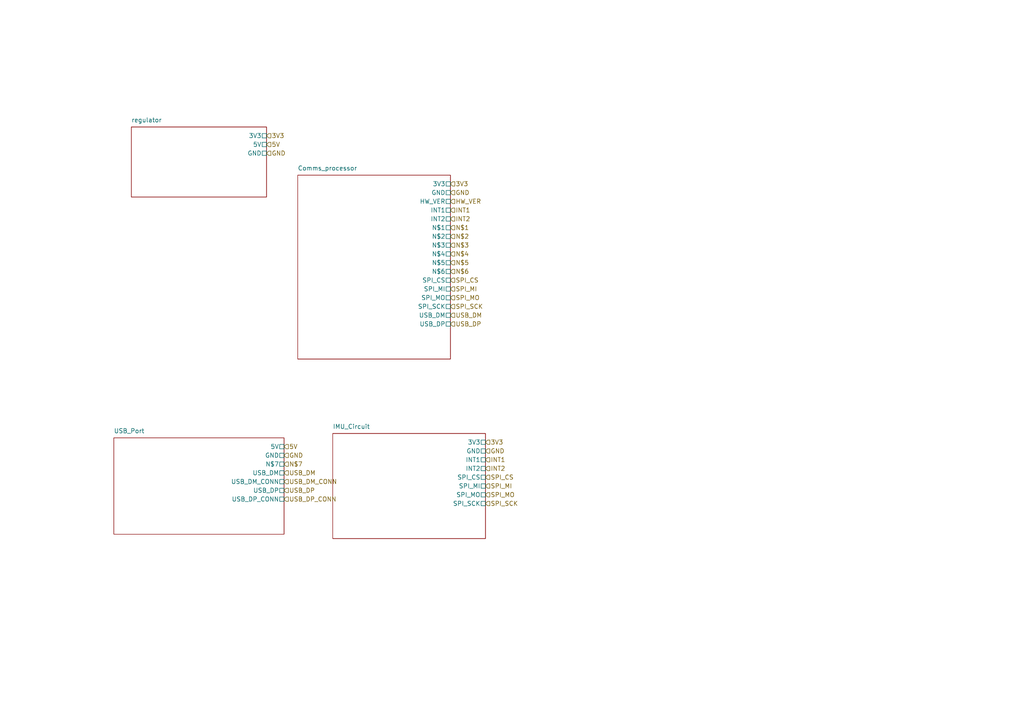
<source format=kicad_sch>
(kicad_sch
	(version 20250114)
	(generator "kicad_api")
	(generator_version 9.0)
	(uuid ab2bcd4d-277b-4d2c-8c18-0a68d102cc4a)
	(paper A4)
	(lib_symbols)
	(paper A4)
	(title_block
		(title root)
		(date 2025-07-25)
		(company Circuit-Synth)
	)
	(hierarchical_label
		3V3
		(shape input)
		(at 77.31 39.37 0)
		(effects
			(font
				(size 1.27 1.27)
			)
			(justify left)
		)
		(uuid 236756cb-407d-4a0a-b164-6ce34131d68d)
	)
	(hierarchical_label
		5V
		(shape input)
		(at 77.31 41.910000000000004 0)
		(effects
			(font
				(size 1.27 1.27)
			)
			(justify left)
		)
		(uuid 34f18e13-1399-40bc-ad0f-169533bbe70a)
	)
	(hierarchical_label
		GND
		(shape input)
		(at 77.31 44.45 0)
		(effects
			(font
				(size 1.27 1.27)
			)
			(justify left)
		)
		(uuid 6228ba85-a740-424f-a4ac-ba5899dc8975)
	)
	(hierarchical_label
		3V3
		(shape input)
		(at 130.65 53.34 0)
		(effects
			(font
				(size 1.27 1.27)
			)
			(justify left)
		)
		(uuid 78c4ddcb-3955-4d64-88b9-f35de82d90f7)
	)
	(hierarchical_label
		GND
		(shape input)
		(at 130.65 55.88 0)
		(effects
			(font
				(size 1.27 1.27)
			)
			(justify left)
		)
		(uuid 15cf13b2-811f-42bd-913e-818a557af2e7)
	)
	(hierarchical_label
		HW_VER
		(shape input)
		(at 130.65 58.42 0)
		(effects
			(font
				(size 1.27 1.27)
			)
			(justify left)
		)
		(uuid 8142c6d8-5f82-470b-aacf-0186b38bfff3)
	)
	(hierarchical_label
		INT1
		(shape input)
		(at 130.65 60.96 0)
		(effects
			(font
				(size 1.27 1.27)
			)
			(justify left)
		)
		(uuid 5f650cc9-ef89-474f-9b94-4c4ff8bad354)
	)
	(hierarchical_label
		INT2
		(shape input)
		(at 130.65 63.5 0)
		(effects
			(font
				(size 1.27 1.27)
			)
			(justify left)
		)
		(uuid b3e966c3-40c5-409e-8671-b97053dcb73e)
	)
	(hierarchical_label
		N$1
		(shape input)
		(at 130.65 66.04 0)
		(effects
			(font
				(size 1.27 1.27)
			)
			(justify left)
		)
		(uuid 0f3a3c38-ada8-4b39-9cd5-cfe40a9e8874)
	)
	(hierarchical_label
		N$2
		(shape input)
		(at 130.65 68.58 0)
		(effects
			(font
				(size 1.27 1.27)
			)
			(justify left)
		)
		(uuid bb88ecf6-8b44-4db3-99d9-fd5467b01ed9)
	)
	(hierarchical_label
		N$3
		(shape input)
		(at 130.65 71.12 0)
		(effects
			(font
				(size 1.27 1.27)
			)
			(justify left)
		)
		(uuid c670f420-1573-462e-8ef4-1b5e0c69e59b)
	)
	(hierarchical_label
		N$4
		(shape input)
		(at 130.65 73.66 0)
		(effects
			(font
				(size 1.27 1.27)
			)
			(justify left)
		)
		(uuid 872b7c8e-6b2b-4f72-aea4-964b9b03d585)
	)
	(hierarchical_label
		N$5
		(shape input)
		(at 130.65 76.2 0)
		(effects
			(font
				(size 1.27 1.27)
			)
			(justify left)
		)
		(uuid 9f75aac8-86df-42c7-9f19-0757ad2c8647)
	)
	(hierarchical_label
		N$6
		(shape input)
		(at 130.65 78.74 0)
		(effects
			(font
				(size 1.27 1.27)
			)
			(justify left)
		)
		(uuid d8a0f9f6-6991-42ed-ac5c-33cba02ed126)
	)
	(hierarchical_label
		SPI_CS
		(shape input)
		(at 130.65 81.28 0)
		(effects
			(font
				(size 1.27 1.27)
			)
			(justify left)
		)
		(uuid 753d0ca0-dc20-46c6-816c-15a6bc4549a1)
	)
	(hierarchical_label
		SPI_MI
		(shape input)
		(at 130.65 83.82000000000001 0)
		(effects
			(font
				(size 1.27 1.27)
			)
			(justify left)
		)
		(uuid a62f7763-12ad-4335-8f5a-ecc17af48018)
	)
	(hierarchical_label
		SPI_MO
		(shape input)
		(at 130.65 86.36 0)
		(effects
			(font
				(size 1.27 1.27)
			)
			(justify left)
		)
		(uuid 298be58f-11d2-418b-aa5f-7bdbe38079fe)
	)
	(hierarchical_label
		SPI_SCK
		(shape input)
		(at 130.65 88.9 0)
		(effects
			(font
				(size 1.27 1.27)
			)
			(justify left)
		)
		(uuid 5795b77c-9bd2-4912-bb85-a3e1a7df5794)
	)
	(hierarchical_label
		USB_DM
		(shape input)
		(at 130.65 91.44 0)
		(effects
			(font
				(size 1.27 1.27)
			)
			(justify left)
		)
		(uuid e8eb5e62-aee6-47bb-89af-08da16e74055)
	)
	(hierarchical_label
		USB_DP
		(shape input)
		(at 130.65 93.98 0)
		(effects
			(font
				(size 1.27 1.27)
			)
			(justify left)
		)
		(uuid efdd83dc-42ba-48b9-aaf3-eaab08b2d5b0)
	)
	(hierarchical_label
		5V
		(shape input)
		(at 82.39 129.54 0)
		(effects
			(font
				(size 1.27 1.27)
			)
			(justify left)
		)
		(uuid 3ac9eadf-b4bf-47ab-8b93-07be85fd271f)
	)
	(hierarchical_label
		GND
		(shape input)
		(at 82.39 132.08 0)
		(effects
			(font
				(size 1.27 1.27)
			)
			(justify left)
		)
		(uuid bad0aa25-763a-45f4-bc3f-84ef88cd1527)
	)
	(hierarchical_label
		N$7
		(shape input)
		(at 82.39 134.62 0)
		(effects
			(font
				(size 1.27 1.27)
			)
			(justify left)
		)
		(uuid 3cee5196-fc3e-41e5-a993-760c2f30fc23)
	)
	(hierarchical_label
		USB_DM
		(shape input)
		(at 82.39 137.16 0)
		(effects
			(font
				(size 1.27 1.27)
			)
			(justify left)
		)
		(uuid 172efeff-45f8-4e89-aebd-4faab4546ab4)
	)
	(hierarchical_label
		USB_DM_CONN
		(shape input)
		(at 82.39 139.7 0)
		(effects
			(font
				(size 1.27 1.27)
			)
			(justify left)
		)
		(uuid 7fabc5ee-f87c-451e-b68c-913c76706ab9)
	)
	(hierarchical_label
		USB_DP
		(shape input)
		(at 82.39 142.24 0)
		(effects
			(font
				(size 1.27 1.27)
			)
			(justify left)
		)
		(uuid cd4db675-7324-4a4a-8f23-11bb6cd20a2c)
	)
	(hierarchical_label
		USB_DP_CONN
		(shape input)
		(at 82.39 144.78 0)
		(effects
			(font
				(size 1.27 1.27)
			)
			(justify left)
		)
		(uuid b1e432da-0db9-43e3-85be-bfd855b51ac5)
	)
	(hierarchical_label
		3V3
		(shape input)
		(at 140.81 128.27 0)
		(effects
			(font
				(size 1.27 1.27)
			)
			(justify left)
		)
		(uuid e4981673-c83a-42a5-aab1-b362b0336d6d)
	)
	(hierarchical_label
		GND
		(shape input)
		(at 140.81 130.81 0)
		(effects
			(font
				(size 1.27 1.27)
			)
			(justify left)
		)
		(uuid 826d98ee-fa33-4e22-9754-46a160b06ef6)
	)
	(hierarchical_label
		INT1
		(shape input)
		(at 140.81 133.35 0)
		(effects
			(font
				(size 1.27 1.27)
			)
			(justify left)
		)
		(uuid 4f4aada5-f485-41c0-9ae0-2ac515709ce5)
	)
	(hierarchical_label
		INT2
		(shape input)
		(at 140.81 135.89000000000001 0)
		(effects
			(font
				(size 1.27 1.27)
			)
			(justify left)
		)
		(uuid 170bd01d-332f-4620-97c0-73615f34fa12)
	)
	(hierarchical_label
		SPI_CS
		(shape input)
		(at 140.81 138.43 0)
		(effects
			(font
				(size 1.27 1.27)
			)
			(justify left)
		)
		(uuid ec860d8a-845d-4ac8-9f1a-f6e0cb5cb010)
	)
	(hierarchical_label
		SPI_MI
		(shape input)
		(at 140.81 140.97 0)
		(effects
			(font
				(size 1.27 1.27)
			)
			(justify left)
		)
		(uuid db913f66-89b4-4c1b-a2d7-cf3bcdacec0c)
	)
	(hierarchical_label
		SPI_MO
		(shape input)
		(at 140.81 143.51 0)
		(effects
			(font
				(size 1.27 1.27)
			)
			(justify left)
		)
		(uuid 98ba135d-b6a4-40d1-abae-705cb3d93f3d)
	)
	(hierarchical_label
		SPI_SCK
		(shape input)
		(at 140.81 146.05 0)
		(effects
			(font
				(size 1.27 1.27)
			)
			(justify left)
		)
		(uuid d4c2081b-a8df-4abf-85a5-fa398995320f)
	)
	(sheet
		(at 38.1 36.83)
		(size 39.21 20.32)
		(stroke
			(width 0.12)
			(type solid)
		)
		(fill
			(color
				0
				0
				0
				0.0
			)
		)
		(uuid efde5ec6-4837-419d-ad3c-da5ef5d3bc04)
		(property
			"Sheetname"
			"regulator"
			(at 38.1 35.559999999999995 0)
			(effects
				(font
					(size 1.27 1.27)
				)
				(justify left bottom)
			)
		)
		(property
			"Sheetfile"
			"regulator.kicad_sch"
			(at 38.1 58.42 0)
			(effects
				(font
					(size 1.27 1.27)
				)
				(justify left top)
				(hide yes)
			)
		)
		(pin
			3V3
			passive
			(at 76.04 39.37 0)
			(effects
				(font
					(size 1.27 1.27)
				)
				(justify right)
			)
			(uuid bf26a3d4-3aed-4220-9746-13a3a748346a)
		)
		(pin
			5V
			passive
			(at 76.04 41.910000000000004 0)
			(effects
				(font
					(size 1.27 1.27)
				)
				(justify right)
			)
			(uuid 86398ff4-de86-40ca-9660-2d56e27c2e41)
		)
		(pin
			GND
			passive
			(at 76.04 44.45 0)
			(effects
				(font
					(size 1.27 1.27)
				)
				(justify right)
			)
			(uuid bb5bd8fc-6a9f-4180-9e41-6654916a0a11)
		)
		(instances
			(project
				"circuit_synth"
				(path
					"/"
					(page "1")
				)
			)
		)
	)
	(sheet
		(at 86.36 50.8)
		(size 44.29 53.34)
		(stroke
			(width 0.12)
			(type solid)
		)
		(fill
			(color
				0
				0
				0
				0.0
			)
		)
		(uuid ac67e813-745a-40b2-9f70-bdbc75a00e2d)
		(property
			"Sheetname"
			"Comms_processor"
			(at 86.36 49.529999999999994 0)
			(effects
				(font
					(size 1.27 1.27)
				)
				(justify left bottom)
			)
		)
		(property
			"Sheetfile"
			"Comms_processor.kicad_sch"
			(at 86.36 105.41 0)
			(effects
				(font
					(size 1.27 1.27)
				)
				(justify left top)
				(hide yes)
			)
		)
		(pin
			3V3
			passive
			(at 129.38 53.34 0)
			(effects
				(font
					(size 1.27 1.27)
				)
				(justify right)
			)
			(uuid e742ab32-7525-4f2b-8f56-7fc91b421e26)
		)
		(pin
			GND
			passive
			(at 129.38 55.88 0)
			(effects
				(font
					(size 1.27 1.27)
				)
				(justify right)
			)
			(uuid 3d58c872-c064-4ac7-ace9-680aab86d328)
		)
		(pin
			HW_VER
			passive
			(at 129.38 58.42 0)
			(effects
				(font
					(size 1.27 1.27)
				)
				(justify right)
			)
			(uuid 9a848744-74f4-4d93-b1fa-d1469d3e6f5a)
		)
		(pin
			INT1
			passive
			(at 129.38 60.96 0)
			(effects
				(font
					(size 1.27 1.27)
				)
				(justify right)
			)
			(uuid cac62324-8843-4762-9721-5e4b01c59b2a)
		)
		(pin
			INT2
			passive
			(at 129.38 63.5 0)
			(effects
				(font
					(size 1.27 1.27)
				)
				(justify right)
			)
			(uuid b7c14288-0438-4bbc-95e9-9bc41bf26115)
		)
		(pin
			N$1
			passive
			(at 129.38 66.04 0)
			(effects
				(font
					(size 1.27 1.27)
				)
				(justify right)
			)
			(uuid 6f3c3ce9-f103-4b85-b586-9f7794cd1a1f)
		)
		(pin
			N$2
			passive
			(at 129.38 68.58 0)
			(effects
				(font
					(size 1.27 1.27)
				)
				(justify right)
			)
			(uuid 75fc8c74-cfb1-4586-9b9a-70d8681d1742)
		)
		(pin
			N$3
			passive
			(at 129.38 71.12 0)
			(effects
				(font
					(size 1.27 1.27)
				)
				(justify right)
			)
			(uuid ffabf3b7-771f-422b-9ffc-039a0f636dff)
		)
		(pin
			N$4
			passive
			(at 129.38 73.66 0)
			(effects
				(font
					(size 1.27 1.27)
				)
				(justify right)
			)
			(uuid 7efdd5b6-9ec0-4cb0-b117-3c45d813474c)
		)
		(pin
			N$5
			passive
			(at 129.38 76.2 0)
			(effects
				(font
					(size 1.27 1.27)
				)
				(justify right)
			)
			(uuid 5f5325b5-c043-4863-bfa9-569b8dea71ab)
		)
		(pin
			N$6
			passive
			(at 129.38 78.74 0)
			(effects
				(font
					(size 1.27 1.27)
				)
				(justify right)
			)
			(uuid ca8a8945-741b-41cb-bb87-82eca8e8c6b4)
		)
		(pin
			SPI_CS
			passive
			(at 129.38 81.28 0)
			(effects
				(font
					(size 1.27 1.27)
				)
				(justify right)
			)
			(uuid b5cd41f5-8297-45cb-b3b4-773c55ca587d)
		)
		(pin
			SPI_MI
			passive
			(at 129.38 83.82000000000001 0)
			(effects
				(font
					(size 1.27 1.27)
				)
				(justify right)
			)
			(uuid 452ecbcb-edc7-4153-9c63-9b2480f6c055)
		)
		(pin
			SPI_MO
			passive
			(at 129.38 86.36 0)
			(effects
				(font
					(size 1.27 1.27)
				)
				(justify right)
			)
			(uuid 2d2ff52c-b1f0-40a2-a4c1-55106c49e618)
		)
		(pin
			SPI_SCK
			passive
			(at 129.38 88.9 0)
			(effects
				(font
					(size 1.27 1.27)
				)
				(justify right)
			)
			(uuid 6638c512-b184-43b8-a8e2-dd5160282fb9)
		)
		(pin
			USB_DM
			passive
			(at 129.38 91.44 0)
			(effects
				(font
					(size 1.27 1.27)
				)
				(justify right)
			)
			(uuid 74d4d3bd-1c1e-4bd9-bc56-340a38a810ea)
		)
		(pin
			USB_DP
			passive
			(at 129.38 93.98 0)
			(effects
				(font
					(size 1.27 1.27)
				)
				(justify right)
			)
			(uuid eafac5c5-34ce-44ad-ae5a-21d756aa99c9)
		)
		(instances
			(project
				"circuit_synth"
				(path
					"/"
					(page "1")
				)
			)
		)
	)
	(sheet
		(at 33.02 127.0)
		(size 49.37 27.94)
		(stroke
			(width 0.12)
			(type solid)
		)
		(fill
			(color
				0
				0
				0
				0.0
			)
		)
		(uuid 46921933-f888-4707-8e3c-e812a22e9a37)
		(property
			"Sheetname"
			"USB_Port"
			(at 33.02 125.73 0)
			(effects
				(font
					(size 1.27 1.27)
				)
				(justify left bottom)
			)
		)
		(property
			"Sheetfile"
			"USB_Port.kicad_sch"
			(at 33.02 156.21 0)
			(effects
				(font
					(size 1.27 1.27)
				)
				(justify left top)
				(hide yes)
			)
		)
		(pin
			5V
			passive
			(at 81.12 129.54 0)
			(effects
				(font
					(size 1.27 1.27)
				)
				(justify right)
			)
			(uuid 059a7fc1-4d88-4ce0-b7eb-0ae16c4c1ac7)
		)
		(pin
			GND
			passive
			(at 81.12 132.08 0)
			(effects
				(font
					(size 1.27 1.27)
				)
				(justify right)
			)
			(uuid f5158694-828c-4b44-b9da-5a350c78da10)
		)
		(pin
			N$7
			passive
			(at 81.12 134.62 0)
			(effects
				(font
					(size 1.27 1.27)
				)
				(justify right)
			)
			(uuid cca2e3dd-be85-43c8-8268-6d756cd649f3)
		)
		(pin
			USB_DM
			passive
			(at 81.12 137.16 0)
			(effects
				(font
					(size 1.27 1.27)
				)
				(justify right)
			)
			(uuid 1874f183-2dfe-4831-b2f3-cd5413b7f59c)
		)
		(pin
			USB_DM_CONN
			passive
			(at 81.12 139.7 0)
			(effects
				(font
					(size 1.27 1.27)
				)
				(justify right)
			)
			(uuid e4a4053b-1e95-4d05-b68b-dbcf2418cc06)
		)
		(pin
			USB_DP
			passive
			(at 81.12 142.24 0)
			(effects
				(font
					(size 1.27 1.27)
				)
				(justify right)
			)
			(uuid ac207b3a-a128-4a3b-958a-8368bea4f6b5)
		)
		(pin
			USB_DP_CONN
			passive
			(at 81.12 144.78 0)
			(effects
				(font
					(size 1.27 1.27)
				)
				(justify right)
			)
			(uuid 77a0f3f6-6a31-4082-8445-ae898657e174)
		)
		(instances
			(project
				"circuit_synth"
				(path
					"/"
					(page "1")
				)
			)
		)
	)
	(sheet
		(at 96.52 125.73)
		(size 44.29 30.48)
		(stroke
			(width 0.12)
			(type solid)
		)
		(fill
			(color
				0
				0
				0
				0.0
			)
		)
		(uuid 629f7e75-797a-4403-a7a8-0aceb40b79dc)
		(property
			"Sheetname"
			"IMU_Circuit"
			(at 96.52 124.46000000000001 0)
			(effects
				(font
					(size 1.27 1.27)
				)
				(justify left bottom)
			)
		)
		(property
			"Sheetfile"
			"IMU_Circuit.kicad_sch"
			(at 96.52 157.48000000000002 0)
			(effects
				(font
					(size 1.27 1.27)
				)
				(justify left top)
				(hide yes)
			)
		)
		(pin
			3V3
			passive
			(at 139.54 128.27 0)
			(effects
				(font
					(size 1.27 1.27)
				)
				(justify right)
			)
			(uuid ecc3d903-2f45-4294-81ed-e0243b70415e)
		)
		(pin
			GND
			passive
			(at 139.54 130.81 0)
			(effects
				(font
					(size 1.27 1.27)
				)
				(justify right)
			)
			(uuid 6a4bed60-8ef0-433d-9b0c-3e749dc9d21c)
		)
		(pin
			INT1
			passive
			(at 139.54 133.35 0)
			(effects
				(font
					(size 1.27 1.27)
				)
				(justify right)
			)
			(uuid 86dde673-8b94-4ed4-ac68-d22c71cb27d5)
		)
		(pin
			INT2
			passive
			(at 139.54 135.89000000000001 0)
			(effects
				(font
					(size 1.27 1.27)
				)
				(justify right)
			)
			(uuid ba787c96-4ce0-4f24-a62c-06f6fecff301)
		)
		(pin
			SPI_CS
			passive
			(at 139.54 138.43 0)
			(effects
				(font
					(size 1.27 1.27)
				)
				(justify right)
			)
			(uuid 0dcd76b0-7ea2-4e50-b617-061bcf8d073f)
		)
		(pin
			SPI_MI
			passive
			(at 139.54 140.97 0)
			(effects
				(font
					(size 1.27 1.27)
				)
				(justify right)
			)
			(uuid 5c6f20d5-300a-494e-85ab-dbe6d2c3c1b7)
		)
		(pin
			SPI_MO
			passive
			(at 139.54 143.51 0)
			(effects
				(font
					(size 1.27 1.27)
				)
				(justify right)
			)
			(uuid d464ee0e-0ae2-4daf-884e-72ca73487e34)
		)
		(pin
			SPI_SCK
			passive
			(at 139.54 146.05 0)
			(effects
				(font
					(size 1.27 1.27)
				)
				(justify right)
			)
			(uuid 42025058-0a3f-4db1-9b20-146b168ff0e0)
		)
		(instances
			(project
				"circuit_synth"
				(path
					"/"
					(page "1")
				)
			)
		)
	)
	(sheet_instances
		(path
			"/c2317114-faf4-4a41-a39a-94797d166521/3f0e2cd7-e41a-4894-bbff-43c5a5cdb969"
			(page "1")
		)
	)
	(embedded_fonts no)
	(sheet_instances
		(path
			"/"
			(page "1")
		)
	)
)
</source>
